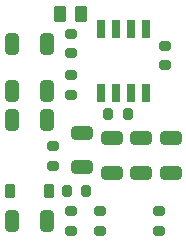
<source format=gbr>
%TF.GenerationSoftware,KiCad,Pcbnew,8.0.6*%
%TF.CreationDate,2024-11-22T12:10:13+00:00*%
%TF.ProjectId,AliceMini,416c6963-654d-4696-9e69-2e6b69636164,rev?*%
%TF.SameCoordinates,Original*%
%TF.FileFunction,Paste,Top*%
%TF.FilePolarity,Positive*%
%FSLAX46Y46*%
G04 Gerber Fmt 4.6, Leading zero omitted, Abs format (unit mm)*
G04 Created by KiCad (PCBNEW 8.0.6) date 2024-11-22 12:10:13*
%MOMM*%
%LPD*%
G01*
G04 APERTURE LIST*
G04 Aperture macros list*
%AMRoundRect*
0 Rectangle with rounded corners*
0 $1 Rounding radius*
0 $2 $3 $4 $5 $6 $7 $8 $9 X,Y pos of 4 corners*
0 Add a 4 corners polygon primitive as box body*
4,1,4,$2,$3,$4,$5,$6,$7,$8,$9,$2,$3,0*
0 Add four circle primitives for the rounded corners*
1,1,$1+$1,$2,$3*
1,1,$1+$1,$4,$5*
1,1,$1+$1,$6,$7*
1,1,$1+$1,$8,$9*
0 Add four rect primitives between the rounded corners*
20,1,$1+$1,$2,$3,$4,$5,0*
20,1,$1+$1,$4,$5,$6,$7,0*
20,1,$1+$1,$6,$7,$8,$9,0*
20,1,$1+$1,$8,$9,$2,$3,0*%
G04 Aperture macros list end*
%ADD10RoundRect,0.250000X0.262500X0.450000X-0.262500X0.450000X-0.262500X-0.450000X0.262500X-0.450000X0*%
%ADD11RoundRect,0.250000X-0.325000X-0.650000X0.325000X-0.650000X0.325000X0.650000X-0.325000X0.650000X0*%
%ADD12RoundRect,0.200000X0.275000X-0.200000X0.275000X0.200000X-0.275000X0.200000X-0.275000X-0.200000X0*%
%ADD13RoundRect,0.200000X-0.200000X-0.275000X0.200000X-0.275000X0.200000X0.275000X-0.200000X0.275000X0*%
%ADD14RoundRect,0.250000X-0.650000X0.325000X-0.650000X-0.325000X0.650000X-0.325000X0.650000X0.325000X0*%
%ADD15RoundRect,0.200000X-0.275000X0.200000X-0.275000X-0.200000X0.275000X-0.200000X0.275000X0.200000X0*%
%ADD16RoundRect,0.225000X0.225000X0.375000X-0.225000X0.375000X-0.225000X-0.375000X0.225000X-0.375000X0*%
%ADD17RoundRect,0.200000X0.200000X0.275000X-0.200000X0.275000X-0.200000X-0.275000X0.200000X-0.275000X0*%
%ADD18R,0.650000X1.528000*%
G04 APERTURE END LIST*
D10*
%TO.C,R1*%
X6912500Y-3500000D03*
X5087500Y-3500000D03*
%TD*%
D11*
%TO.C,C8*%
X1025000Y-21000000D03*
X3975000Y-21000000D03*
%TD*%
D12*
%TO.C,R5*%
X6000000Y-6825000D03*
X6000000Y-5175000D03*
%TD*%
D13*
%TO.C,R3*%
X9175000Y-12000000D03*
X10825000Y-12000000D03*
%TD*%
D12*
%TO.C,R2*%
X14000000Y-7825000D03*
X14000000Y-6175000D03*
%TD*%
D14*
%TO.C,C5*%
X12000000Y-14000000D03*
X12000000Y-16950000D03*
%TD*%
D12*
%TO.C,R7*%
X6000000Y-21825000D03*
X6000000Y-20175000D03*
%TD*%
D11*
%TO.C,C2*%
X1025000Y-10000000D03*
X3975000Y-10000000D03*
%TD*%
D15*
%TO.C,R9*%
X13500000Y-20175000D03*
X13500000Y-21825000D03*
%TD*%
%TO.C,R6*%
X4500000Y-14675000D03*
X4500000Y-16325000D03*
%TD*%
D16*
%TO.C,D1*%
X4150000Y-18500000D03*
X850000Y-18500000D03*
%TD*%
D15*
%TO.C,R10*%
X8500000Y-20175000D03*
X8500000Y-21825000D03*
%TD*%
D17*
%TO.C,R8*%
X7325000Y-18500000D03*
X5675000Y-18500000D03*
%TD*%
D12*
%TO.C,R4*%
X6000000Y-10325000D03*
X6000000Y-8675000D03*
%TD*%
D11*
%TO.C,C3*%
X1025000Y-12500000D03*
X3975000Y-12500000D03*
%TD*%
%TO.C,C1*%
X1025000Y-6000000D03*
X3975000Y-6000000D03*
%TD*%
D14*
%TO.C,C7*%
X7000000Y-13525000D03*
X7000000Y-16475000D03*
%TD*%
%TO.C,C4*%
X14500000Y-14025000D03*
X14500000Y-16975000D03*
%TD*%
%TO.C,C6*%
X9500000Y-14025000D03*
X9500000Y-16975000D03*
%TD*%
D18*
%TO.C,IC1*%
X12405000Y-4789000D03*
X11135000Y-4789000D03*
X9865000Y-4789000D03*
X8595000Y-4789000D03*
X8595000Y-10211000D03*
X9865000Y-10211000D03*
X11135000Y-10211000D03*
X12405000Y-10211000D03*
%TD*%
M02*

</source>
